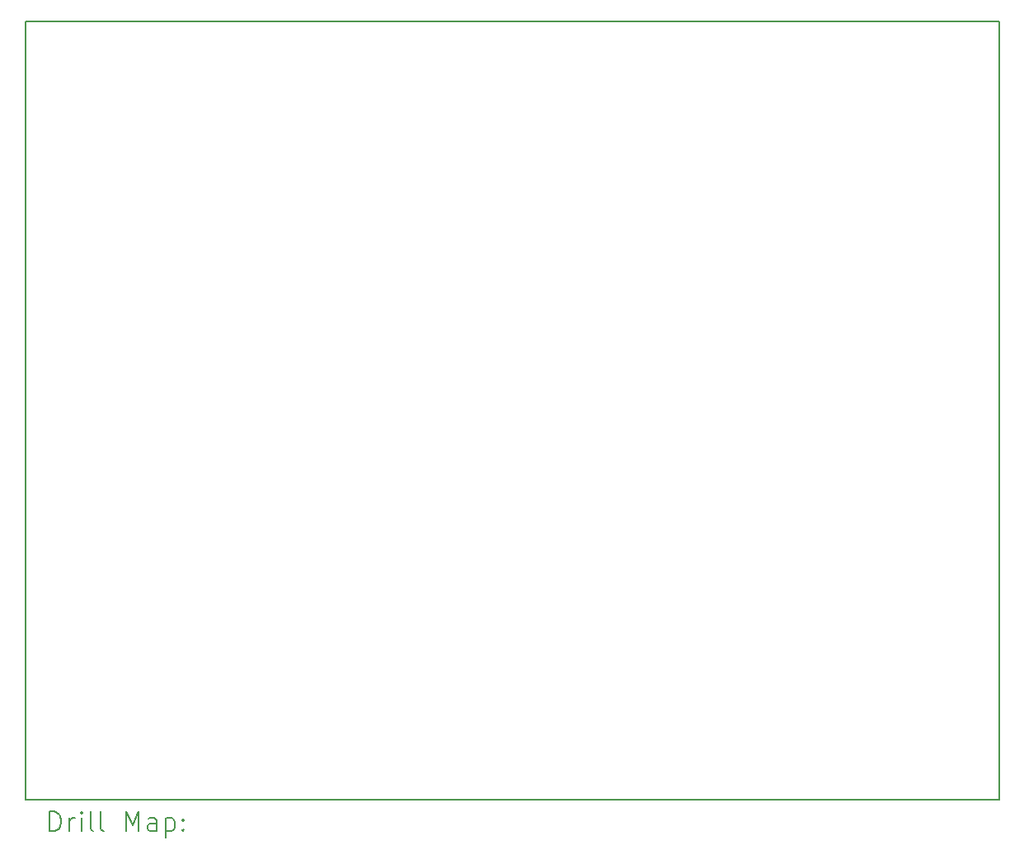
<source format=gbr>
%TF.GenerationSoftware,KiCad,Pcbnew,8.0.6*%
%TF.CreationDate,2024-11-18T21:00:38+01:00*%
%TF.ProjectId,pcb,7063622e-6b69-4636-9164-5f7063625858,rev?*%
%TF.SameCoordinates,Original*%
%TF.FileFunction,Drillmap*%
%TF.FilePolarity,Positive*%
%FSLAX45Y45*%
G04 Gerber Fmt 4.5, Leading zero omitted, Abs format (unit mm)*
G04 Created by KiCad (PCBNEW 8.0.6) date 2024-11-18 21:00:38*
%MOMM*%
%LPD*%
G01*
G04 APERTURE LIST*
%ADD10C,0.200000*%
G04 APERTURE END LIST*
D10*
X9950000Y-5050000D02*
X19950000Y-5050000D01*
X19950000Y-13050000D01*
X9950000Y-13050000D01*
X9950000Y-5050000D01*
X10200777Y-13371484D02*
X10200777Y-13171484D01*
X10200777Y-13171484D02*
X10248396Y-13171484D01*
X10248396Y-13171484D02*
X10276967Y-13181008D01*
X10276967Y-13181008D02*
X10296015Y-13200055D01*
X10296015Y-13200055D02*
X10305539Y-13219103D01*
X10305539Y-13219103D02*
X10315063Y-13257198D01*
X10315063Y-13257198D02*
X10315063Y-13285769D01*
X10315063Y-13285769D02*
X10305539Y-13323865D01*
X10305539Y-13323865D02*
X10296015Y-13342912D01*
X10296015Y-13342912D02*
X10276967Y-13361960D01*
X10276967Y-13361960D02*
X10248396Y-13371484D01*
X10248396Y-13371484D02*
X10200777Y-13371484D01*
X10400777Y-13371484D02*
X10400777Y-13238150D01*
X10400777Y-13276246D02*
X10410301Y-13257198D01*
X10410301Y-13257198D02*
X10419824Y-13247674D01*
X10419824Y-13247674D02*
X10438872Y-13238150D01*
X10438872Y-13238150D02*
X10457920Y-13238150D01*
X10524586Y-13371484D02*
X10524586Y-13238150D01*
X10524586Y-13171484D02*
X10515063Y-13181008D01*
X10515063Y-13181008D02*
X10524586Y-13190531D01*
X10524586Y-13190531D02*
X10534110Y-13181008D01*
X10534110Y-13181008D02*
X10524586Y-13171484D01*
X10524586Y-13171484D02*
X10524586Y-13190531D01*
X10648396Y-13371484D02*
X10629348Y-13361960D01*
X10629348Y-13361960D02*
X10619824Y-13342912D01*
X10619824Y-13342912D02*
X10619824Y-13171484D01*
X10753158Y-13371484D02*
X10734110Y-13361960D01*
X10734110Y-13361960D02*
X10724586Y-13342912D01*
X10724586Y-13342912D02*
X10724586Y-13171484D01*
X10981729Y-13371484D02*
X10981729Y-13171484D01*
X10981729Y-13171484D02*
X11048396Y-13314341D01*
X11048396Y-13314341D02*
X11115063Y-13171484D01*
X11115063Y-13171484D02*
X11115063Y-13371484D01*
X11296015Y-13371484D02*
X11296015Y-13266722D01*
X11296015Y-13266722D02*
X11286491Y-13247674D01*
X11286491Y-13247674D02*
X11267443Y-13238150D01*
X11267443Y-13238150D02*
X11229348Y-13238150D01*
X11229348Y-13238150D02*
X11210301Y-13247674D01*
X11296015Y-13361960D02*
X11276967Y-13371484D01*
X11276967Y-13371484D02*
X11229348Y-13371484D01*
X11229348Y-13371484D02*
X11210301Y-13361960D01*
X11210301Y-13361960D02*
X11200777Y-13342912D01*
X11200777Y-13342912D02*
X11200777Y-13323865D01*
X11200777Y-13323865D02*
X11210301Y-13304817D01*
X11210301Y-13304817D02*
X11229348Y-13295293D01*
X11229348Y-13295293D02*
X11276967Y-13295293D01*
X11276967Y-13295293D02*
X11296015Y-13285769D01*
X11391253Y-13238150D02*
X11391253Y-13438150D01*
X11391253Y-13247674D02*
X11410301Y-13238150D01*
X11410301Y-13238150D02*
X11448396Y-13238150D01*
X11448396Y-13238150D02*
X11467443Y-13247674D01*
X11467443Y-13247674D02*
X11476967Y-13257198D01*
X11476967Y-13257198D02*
X11486491Y-13276246D01*
X11486491Y-13276246D02*
X11486491Y-13333388D01*
X11486491Y-13333388D02*
X11476967Y-13352436D01*
X11476967Y-13352436D02*
X11467443Y-13361960D01*
X11467443Y-13361960D02*
X11448396Y-13371484D01*
X11448396Y-13371484D02*
X11410301Y-13371484D01*
X11410301Y-13371484D02*
X11391253Y-13361960D01*
X11572205Y-13352436D02*
X11581729Y-13361960D01*
X11581729Y-13361960D02*
X11572205Y-13371484D01*
X11572205Y-13371484D02*
X11562682Y-13361960D01*
X11562682Y-13361960D02*
X11572205Y-13352436D01*
X11572205Y-13352436D02*
X11572205Y-13371484D01*
X11572205Y-13247674D02*
X11581729Y-13257198D01*
X11581729Y-13257198D02*
X11572205Y-13266722D01*
X11572205Y-13266722D02*
X11562682Y-13257198D01*
X11562682Y-13257198D02*
X11572205Y-13247674D01*
X11572205Y-13247674D02*
X11572205Y-13266722D01*
M02*

</source>
